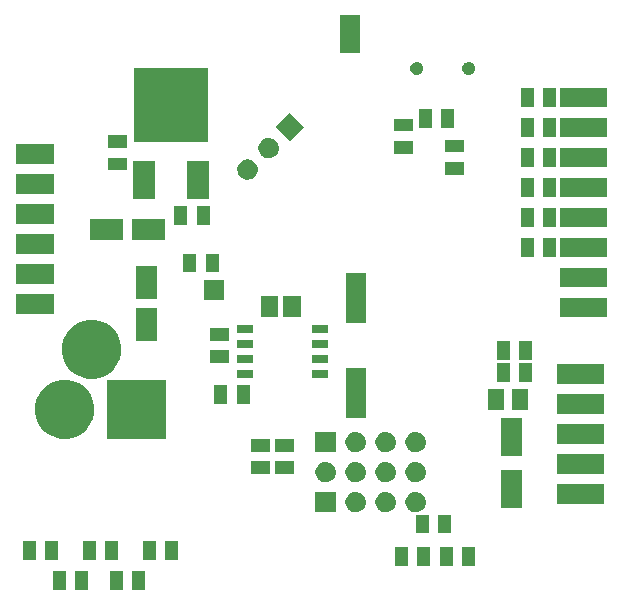
<source format=gbs>
G04 (created by PCBNEW (2013-mar-13)-testing) date nie, 20 paź 2013, 19:29:58*
%MOIN*%
G04 Gerber Fmt 3.4, Leading zero omitted, Abs format*
%FSLAX34Y34*%
G01*
G70*
G90*
G04 APERTURE LIST*
%ADD10C,0.005906*%
G04 APERTURE END LIST*
G54D10*
G36*
X713Y-18160D02*
X284Y-18160D01*
X284Y-17530D01*
X713Y-17530D01*
X713Y-18160D01*
X713Y-18160D01*
G37*
G36*
X1304Y-4980D02*
X43Y-4980D01*
X43Y-4310D01*
X1304Y-4310D01*
X1304Y-4980D01*
X1304Y-4980D01*
G37*
G36*
X1304Y-5980D02*
X43Y-5980D01*
X43Y-5310D01*
X1304Y-5310D01*
X1304Y-5980D01*
X1304Y-5980D01*
G37*
G36*
X1304Y-6980D02*
X43Y-6980D01*
X43Y-6310D01*
X1304Y-6310D01*
X1304Y-6980D01*
X1304Y-6980D01*
G37*
G36*
X1304Y-7980D02*
X43Y-7980D01*
X43Y-7310D01*
X1304Y-7310D01*
X1304Y-7980D01*
X1304Y-7980D01*
G37*
G36*
X1304Y-8980D02*
X43Y-8980D01*
X43Y-8310D01*
X1304Y-8310D01*
X1304Y-8980D01*
X1304Y-8980D01*
G37*
G36*
X1304Y-9980D02*
X43Y-9980D01*
X43Y-9310D01*
X1304Y-9310D01*
X1304Y-9980D01*
X1304Y-9980D01*
G37*
G36*
X1463Y-18160D02*
X1034Y-18160D01*
X1034Y-17530D01*
X1463Y-17530D01*
X1463Y-18160D01*
X1463Y-18160D01*
G37*
G36*
X1713Y-19160D02*
X1284Y-19160D01*
X1284Y-18530D01*
X1713Y-18530D01*
X1713Y-19160D01*
X1713Y-19160D01*
G37*
G36*
X2463Y-19160D02*
X2034Y-19160D01*
X2034Y-18530D01*
X2463Y-18530D01*
X2463Y-19160D01*
X2463Y-19160D01*
G37*
G36*
X2658Y-13050D02*
X2655Y-13268D01*
X2612Y-13459D01*
X2534Y-13633D01*
X2421Y-13793D01*
X2284Y-13924D01*
X2118Y-14029D01*
X1941Y-14098D01*
X1748Y-14132D01*
X1558Y-14128D01*
X1366Y-14086D01*
X1192Y-14010D01*
X1031Y-13898D01*
X899Y-13761D01*
X793Y-13596D01*
X723Y-13419D01*
X688Y-13226D01*
X690Y-13037D01*
X731Y-12844D01*
X806Y-12670D01*
X917Y-12508D01*
X1052Y-12375D01*
X1217Y-12268D01*
X1392Y-12197D01*
X1586Y-12160D01*
X1775Y-12161D01*
X1968Y-12201D01*
X2142Y-12274D01*
X2306Y-12384D01*
X2439Y-12518D01*
X2548Y-12682D01*
X2620Y-12857D01*
X2620Y-12859D01*
X2658Y-13050D01*
X2658Y-13050D01*
G37*
G36*
X2713Y-18160D02*
X2284Y-18160D01*
X2284Y-17530D01*
X2713Y-17530D01*
X2713Y-18160D01*
X2713Y-18160D01*
G37*
G36*
X3463Y-18160D02*
X3034Y-18160D01*
X3034Y-17530D01*
X3463Y-17530D01*
X3463Y-18160D01*
X3463Y-18160D01*
G37*
G36*
X3558Y-11050D02*
X3555Y-11268D01*
X3512Y-11459D01*
X3434Y-11633D01*
X3321Y-11793D01*
X3184Y-11924D01*
X3018Y-12029D01*
X2841Y-12098D01*
X2648Y-12132D01*
X2458Y-12128D01*
X2266Y-12086D01*
X2092Y-12010D01*
X1931Y-11898D01*
X1799Y-11761D01*
X1693Y-11596D01*
X1623Y-11419D01*
X1588Y-11226D01*
X1590Y-11037D01*
X1631Y-10844D01*
X1706Y-10670D01*
X1817Y-10508D01*
X1952Y-10375D01*
X2117Y-10268D01*
X2292Y-10197D01*
X2486Y-10160D01*
X2675Y-10161D01*
X2868Y-10201D01*
X3042Y-10274D01*
X3206Y-10384D01*
X3339Y-10518D01*
X3448Y-10682D01*
X3520Y-10857D01*
X3520Y-10859D01*
X3558Y-11050D01*
X3558Y-11050D01*
G37*
G36*
X3613Y-19160D02*
X3184Y-19160D01*
X3184Y-18530D01*
X3613Y-18530D01*
X3613Y-19160D01*
X3613Y-19160D01*
G37*
G36*
X3616Y-7500D02*
X2513Y-7500D01*
X2513Y-6790D01*
X3616Y-6790D01*
X3616Y-7500D01*
X3616Y-7500D01*
G37*
G36*
X3738Y-4435D02*
X3109Y-4435D01*
X3109Y-4005D01*
X3738Y-4005D01*
X3738Y-4435D01*
X3738Y-4435D01*
G37*
G36*
X3738Y-5185D02*
X3109Y-5185D01*
X3109Y-4755D01*
X3738Y-4755D01*
X3738Y-5185D01*
X3738Y-5185D01*
G37*
G36*
X4363Y-19160D02*
X3934Y-19160D01*
X3934Y-18530D01*
X4363Y-18530D01*
X4363Y-19160D01*
X4363Y-19160D01*
G37*
G36*
X4688Y-6135D02*
X3959Y-6135D01*
X3959Y-4855D01*
X4688Y-4855D01*
X4688Y-6135D01*
X4688Y-6135D01*
G37*
G36*
X4713Y-18160D02*
X4284Y-18160D01*
X4284Y-17530D01*
X4713Y-17530D01*
X4713Y-18160D01*
X4713Y-18160D01*
G37*
G36*
X4766Y-9463D02*
X4056Y-9463D01*
X4056Y-8359D01*
X4766Y-8359D01*
X4766Y-9463D01*
X4766Y-9463D01*
G37*
G36*
X4766Y-10881D02*
X4056Y-10881D01*
X4056Y-9777D01*
X4766Y-9777D01*
X4766Y-10881D01*
X4766Y-10881D01*
G37*
G36*
X5034Y-7500D02*
X3931Y-7500D01*
X3931Y-6790D01*
X5034Y-6790D01*
X5034Y-7500D01*
X5034Y-7500D01*
G37*
G36*
X5058Y-14130D02*
X3089Y-14130D01*
X3089Y-12160D01*
X5058Y-12160D01*
X5058Y-14130D01*
X5058Y-14130D01*
G37*
G36*
X5463Y-18160D02*
X5034Y-18160D01*
X5034Y-17530D01*
X5463Y-17530D01*
X5463Y-18160D01*
X5463Y-18160D01*
G37*
G36*
X5763Y-7010D02*
X5334Y-7010D01*
X5334Y-6380D01*
X5763Y-6380D01*
X5763Y-7010D01*
X5763Y-7010D01*
G37*
G36*
X6063Y-8585D02*
X5634Y-8585D01*
X5634Y-7955D01*
X6063Y-7955D01*
X6063Y-8585D01*
X6063Y-8585D01*
G37*
G36*
X6463Y-4235D02*
X3984Y-4235D01*
X3984Y-1755D01*
X6463Y-1755D01*
X6463Y-4235D01*
X6463Y-4235D01*
G37*
G36*
X6488Y-6135D02*
X5759Y-6135D01*
X5759Y-4855D01*
X6488Y-4855D01*
X6488Y-6135D01*
X6488Y-6135D01*
G37*
G36*
X6513Y-7010D02*
X6084Y-7010D01*
X6084Y-6380D01*
X6513Y-6380D01*
X6513Y-7010D01*
X6513Y-7010D01*
G37*
G36*
X6813Y-8585D02*
X6384Y-8585D01*
X6384Y-7955D01*
X6813Y-7955D01*
X6813Y-8585D01*
X6813Y-8585D01*
G37*
G36*
X6988Y-9510D02*
X6309Y-9510D01*
X6309Y-8830D01*
X6988Y-8830D01*
X6988Y-9510D01*
X6988Y-9510D01*
G37*
G36*
X7088Y-12960D02*
X6659Y-12960D01*
X6659Y-12330D01*
X7088Y-12330D01*
X7088Y-12960D01*
X7088Y-12960D01*
G37*
G36*
X7138Y-10860D02*
X6509Y-10860D01*
X6509Y-10430D01*
X7138Y-10430D01*
X7138Y-10860D01*
X7138Y-10860D01*
G37*
G36*
X7138Y-11610D02*
X6509Y-11610D01*
X6509Y-11180D01*
X7138Y-11180D01*
X7138Y-11610D01*
X7138Y-11610D01*
G37*
G36*
X7838Y-12960D02*
X7409Y-12960D01*
X7409Y-12330D01*
X7838Y-12330D01*
X7838Y-12960D01*
X7838Y-12960D01*
G37*
G36*
X7938Y-10610D02*
X7409Y-10610D01*
X7409Y-10330D01*
X7938Y-10330D01*
X7938Y-10610D01*
X7938Y-10610D01*
G37*
G36*
X7938Y-11110D02*
X7409Y-11110D01*
X7409Y-10830D01*
X7938Y-10830D01*
X7938Y-11110D01*
X7938Y-11110D01*
G37*
G36*
X7938Y-11610D02*
X7409Y-11610D01*
X7409Y-11330D01*
X7938Y-11330D01*
X7938Y-11610D01*
X7938Y-11610D01*
G37*
G36*
X7938Y-12110D02*
X7409Y-12110D01*
X7409Y-11830D01*
X7938Y-11830D01*
X7938Y-12110D01*
X7938Y-12110D01*
G37*
G36*
X8106Y-5120D02*
X8105Y-5194D01*
X8090Y-5261D01*
X8064Y-5320D01*
X8024Y-5376D01*
X7978Y-5420D01*
X7919Y-5457D01*
X7860Y-5480D01*
X7791Y-5493D01*
X7728Y-5491D01*
X7659Y-5476D01*
X7601Y-5451D01*
X7544Y-5411D01*
X7500Y-5365D01*
X7462Y-5307D01*
X7439Y-5248D01*
X7426Y-5179D01*
X7427Y-5116D01*
X7442Y-5047D01*
X7467Y-4989D01*
X7506Y-4932D01*
X7551Y-4887D01*
X7610Y-4849D01*
X7668Y-4825D01*
X7737Y-4812D01*
X7800Y-4813D01*
X7869Y-4827D01*
X7927Y-4851D01*
X7985Y-4891D01*
X8030Y-4935D01*
X8069Y-4994D01*
X8092Y-5052D01*
X8106Y-5119D01*
X8106Y-5120D01*
X8106Y-5120D01*
G37*
G36*
X8513Y-14560D02*
X7884Y-14560D01*
X7884Y-14130D01*
X8513Y-14130D01*
X8513Y-14560D01*
X8513Y-14560D01*
G37*
G36*
X8513Y-15310D02*
X7884Y-15310D01*
X7884Y-14880D01*
X8513Y-14880D01*
X8513Y-15310D01*
X8513Y-15310D01*
G37*
G36*
X8794Y-10055D02*
X8203Y-10055D01*
X8203Y-9385D01*
X8794Y-9385D01*
X8794Y-10055D01*
X8794Y-10055D01*
G37*
G36*
X8813Y-4413D02*
X8812Y-4487D01*
X8797Y-4554D01*
X8771Y-4612D01*
X8731Y-4669D01*
X8685Y-4713D01*
X8626Y-4750D01*
X8567Y-4773D01*
X8498Y-4785D01*
X8435Y-4784D01*
X8367Y-4769D01*
X8308Y-4744D01*
X8251Y-4704D01*
X8207Y-4658D01*
X8169Y-4600D01*
X8146Y-4541D01*
X8133Y-4472D01*
X8134Y-4409D01*
X8149Y-4340D01*
X8174Y-4282D01*
X8213Y-4225D01*
X8258Y-4180D01*
X8317Y-4142D01*
X8375Y-4118D01*
X8444Y-4105D01*
X8507Y-4106D01*
X8576Y-4120D01*
X8634Y-4144D01*
X8692Y-4183D01*
X8737Y-4228D01*
X8776Y-4287D01*
X8800Y-4345D01*
X8813Y-4412D01*
X8813Y-4413D01*
X8813Y-4413D01*
G37*
G36*
X9313Y-14560D02*
X8684Y-14560D01*
X8684Y-14130D01*
X9313Y-14130D01*
X9313Y-14560D01*
X9313Y-14560D01*
G37*
G36*
X9313Y-15310D02*
X8684Y-15310D01*
X8684Y-14880D01*
X9313Y-14880D01*
X9313Y-15310D01*
X9313Y-15310D01*
G37*
G36*
X9544Y-10055D02*
X8953Y-10055D01*
X8953Y-9385D01*
X9544Y-9385D01*
X9544Y-10055D01*
X9544Y-10055D01*
G37*
G36*
X9661Y-3738D02*
X9181Y-4219D01*
X8700Y-3738D01*
X9181Y-3258D01*
X9661Y-3738D01*
X9661Y-3738D01*
G37*
G36*
X10438Y-10610D02*
X9909Y-10610D01*
X9909Y-10330D01*
X10438Y-10330D01*
X10438Y-10610D01*
X10438Y-10610D01*
G37*
G36*
X10438Y-11110D02*
X9909Y-11110D01*
X9909Y-10830D01*
X10438Y-10830D01*
X10438Y-11110D01*
X10438Y-11110D01*
G37*
G36*
X10438Y-11610D02*
X9909Y-11610D01*
X9909Y-11330D01*
X10438Y-11330D01*
X10438Y-11610D01*
X10438Y-11610D01*
G37*
G36*
X10438Y-12110D02*
X9909Y-12110D01*
X9909Y-11830D01*
X10438Y-11830D01*
X10438Y-12110D01*
X10438Y-12110D01*
G37*
G36*
X10713Y-15213D02*
X10712Y-15287D01*
X10697Y-15354D01*
X10671Y-15412D01*
X10631Y-15469D01*
X10585Y-15513D01*
X10526Y-15550D01*
X10467Y-15573D01*
X10398Y-15585D01*
X10335Y-15584D01*
X10267Y-15569D01*
X10208Y-15544D01*
X10151Y-15504D01*
X10107Y-15458D01*
X10069Y-15400D01*
X10046Y-15341D01*
X10033Y-15272D01*
X10034Y-15209D01*
X10049Y-15140D01*
X10074Y-15082D01*
X10113Y-15025D01*
X10158Y-14980D01*
X10217Y-14942D01*
X10275Y-14918D01*
X10344Y-14905D01*
X10407Y-14906D01*
X10476Y-14920D01*
X10534Y-14944D01*
X10592Y-14983D01*
X10637Y-15028D01*
X10676Y-15087D01*
X10700Y-15145D01*
X10713Y-15212D01*
X10713Y-15213D01*
X10713Y-15213D01*
G37*
G36*
X10713Y-14585D02*
X10034Y-14585D01*
X10034Y-13905D01*
X10713Y-13905D01*
X10713Y-14585D01*
X10713Y-14585D01*
G37*
G36*
X10713Y-16585D02*
X10034Y-16585D01*
X10034Y-15905D01*
X10713Y-15905D01*
X10713Y-16585D01*
X10713Y-16585D01*
G37*
G36*
X11509Y-1275D02*
X10838Y-1275D01*
X10838Y-15D01*
X11509Y-15D01*
X11509Y-1275D01*
X11509Y-1275D01*
G37*
G36*
X11709Y-10273D02*
X11038Y-10273D01*
X11038Y-8618D01*
X11709Y-8618D01*
X11709Y-10273D01*
X11709Y-10273D01*
G37*
G36*
X11709Y-13422D02*
X11038Y-13422D01*
X11038Y-11768D01*
X11709Y-11768D01*
X11709Y-13422D01*
X11709Y-13422D01*
G37*
G36*
X11713Y-14213D02*
X11712Y-14287D01*
X11697Y-14354D01*
X11671Y-14412D01*
X11631Y-14469D01*
X11585Y-14513D01*
X11526Y-14550D01*
X11467Y-14573D01*
X11398Y-14585D01*
X11335Y-14584D01*
X11267Y-14569D01*
X11208Y-14544D01*
X11151Y-14504D01*
X11107Y-14458D01*
X11069Y-14400D01*
X11046Y-14341D01*
X11033Y-14272D01*
X11034Y-14209D01*
X11049Y-14140D01*
X11074Y-14082D01*
X11113Y-14025D01*
X11158Y-13980D01*
X11217Y-13942D01*
X11275Y-13918D01*
X11344Y-13905D01*
X11407Y-13906D01*
X11476Y-13920D01*
X11534Y-13944D01*
X11592Y-13983D01*
X11637Y-14028D01*
X11676Y-14087D01*
X11700Y-14145D01*
X11713Y-14212D01*
X11713Y-14213D01*
X11713Y-14213D01*
G37*
G36*
X11713Y-15213D02*
X11712Y-15287D01*
X11697Y-15354D01*
X11671Y-15412D01*
X11631Y-15469D01*
X11585Y-15513D01*
X11526Y-15550D01*
X11467Y-15573D01*
X11398Y-15585D01*
X11335Y-15584D01*
X11267Y-15569D01*
X11208Y-15544D01*
X11151Y-15504D01*
X11107Y-15458D01*
X11069Y-15400D01*
X11046Y-15341D01*
X11033Y-15272D01*
X11034Y-15209D01*
X11049Y-15140D01*
X11074Y-15082D01*
X11113Y-15025D01*
X11158Y-14980D01*
X11217Y-14942D01*
X11275Y-14918D01*
X11344Y-14905D01*
X11407Y-14906D01*
X11476Y-14920D01*
X11534Y-14944D01*
X11592Y-14983D01*
X11637Y-15028D01*
X11676Y-15087D01*
X11700Y-15145D01*
X11713Y-15212D01*
X11713Y-15213D01*
X11713Y-15213D01*
G37*
G36*
X11713Y-16213D02*
X11712Y-16287D01*
X11697Y-16354D01*
X11671Y-16412D01*
X11631Y-16469D01*
X11585Y-16513D01*
X11526Y-16550D01*
X11467Y-16573D01*
X11398Y-16585D01*
X11335Y-16584D01*
X11267Y-16569D01*
X11208Y-16544D01*
X11151Y-16504D01*
X11107Y-16458D01*
X11069Y-16400D01*
X11046Y-16341D01*
X11033Y-16272D01*
X11034Y-16209D01*
X11049Y-16140D01*
X11074Y-16082D01*
X11113Y-16025D01*
X11158Y-15980D01*
X11217Y-15942D01*
X11275Y-15918D01*
X11344Y-15905D01*
X11407Y-15906D01*
X11476Y-15920D01*
X11534Y-15944D01*
X11592Y-15983D01*
X11637Y-16028D01*
X11676Y-16087D01*
X11700Y-16145D01*
X11713Y-16212D01*
X11713Y-16213D01*
X11713Y-16213D01*
G37*
G36*
X12713Y-14213D02*
X12712Y-14287D01*
X12697Y-14354D01*
X12671Y-14412D01*
X12631Y-14469D01*
X12585Y-14513D01*
X12526Y-14550D01*
X12467Y-14573D01*
X12398Y-14585D01*
X12335Y-14584D01*
X12267Y-14569D01*
X12208Y-14544D01*
X12151Y-14504D01*
X12107Y-14458D01*
X12069Y-14400D01*
X12046Y-14341D01*
X12033Y-14272D01*
X12034Y-14209D01*
X12049Y-14140D01*
X12074Y-14082D01*
X12113Y-14025D01*
X12158Y-13980D01*
X12217Y-13942D01*
X12275Y-13918D01*
X12344Y-13905D01*
X12407Y-13906D01*
X12476Y-13920D01*
X12534Y-13944D01*
X12592Y-13983D01*
X12637Y-14028D01*
X12676Y-14087D01*
X12700Y-14145D01*
X12713Y-14212D01*
X12713Y-14213D01*
X12713Y-14213D01*
G37*
G36*
X12713Y-15213D02*
X12712Y-15287D01*
X12697Y-15354D01*
X12671Y-15412D01*
X12631Y-15469D01*
X12585Y-15513D01*
X12526Y-15550D01*
X12467Y-15573D01*
X12398Y-15585D01*
X12335Y-15584D01*
X12267Y-15569D01*
X12208Y-15544D01*
X12151Y-15504D01*
X12107Y-15458D01*
X12069Y-15400D01*
X12046Y-15341D01*
X12033Y-15272D01*
X12034Y-15209D01*
X12049Y-15140D01*
X12074Y-15082D01*
X12113Y-15025D01*
X12158Y-14980D01*
X12217Y-14942D01*
X12275Y-14918D01*
X12344Y-14905D01*
X12407Y-14906D01*
X12476Y-14920D01*
X12534Y-14944D01*
X12592Y-14983D01*
X12637Y-15028D01*
X12676Y-15087D01*
X12700Y-15145D01*
X12713Y-15212D01*
X12713Y-15213D01*
X12713Y-15213D01*
G37*
G36*
X12713Y-16213D02*
X12712Y-16287D01*
X12697Y-16354D01*
X12671Y-16412D01*
X12631Y-16469D01*
X12585Y-16513D01*
X12526Y-16550D01*
X12467Y-16573D01*
X12398Y-16585D01*
X12335Y-16584D01*
X12267Y-16569D01*
X12208Y-16544D01*
X12151Y-16504D01*
X12107Y-16458D01*
X12069Y-16400D01*
X12046Y-16341D01*
X12033Y-16272D01*
X12034Y-16209D01*
X12049Y-16140D01*
X12074Y-16082D01*
X12113Y-16025D01*
X12158Y-15980D01*
X12217Y-15942D01*
X12275Y-15918D01*
X12344Y-15905D01*
X12407Y-15906D01*
X12476Y-15920D01*
X12534Y-15944D01*
X12592Y-15983D01*
X12637Y-16028D01*
X12676Y-16087D01*
X12700Y-16145D01*
X12713Y-16212D01*
X12713Y-16213D01*
X12713Y-16213D01*
G37*
G36*
X13113Y-18360D02*
X12684Y-18360D01*
X12684Y-17730D01*
X13113Y-17730D01*
X13113Y-18360D01*
X13113Y-18360D01*
G37*
G36*
X13288Y-3885D02*
X12659Y-3885D01*
X12659Y-3455D01*
X13288Y-3455D01*
X13288Y-3885D01*
X13288Y-3885D01*
G37*
G36*
X13288Y-4635D02*
X12659Y-4635D01*
X12659Y-4205D01*
X13288Y-4205D01*
X13288Y-4635D01*
X13288Y-4635D01*
G37*
G36*
X13624Y-1760D02*
X13624Y-1806D01*
X13614Y-1850D01*
X13597Y-1886D01*
X13571Y-1923D01*
X13543Y-1951D01*
X13504Y-1975D01*
X13467Y-1989D01*
X13423Y-1997D01*
X13383Y-1996D01*
X13339Y-1987D01*
X13303Y-1971D01*
X13265Y-1945D01*
X13238Y-1917D01*
X13213Y-1878D01*
X13199Y-1842D01*
X13191Y-1797D01*
X13191Y-1758D01*
X13201Y-1713D01*
X13216Y-1677D01*
X13242Y-1639D01*
X13270Y-1612D01*
X13308Y-1587D01*
X13344Y-1572D01*
X13390Y-1563D01*
X13428Y-1564D01*
X13474Y-1573D01*
X13509Y-1588D01*
X13548Y-1614D01*
X13575Y-1641D01*
X13601Y-1680D01*
X13615Y-1715D01*
X13624Y-1760D01*
X13624Y-1760D01*
G37*
G36*
X13713Y-14213D02*
X13712Y-14287D01*
X13697Y-14354D01*
X13671Y-14412D01*
X13631Y-14469D01*
X13585Y-14513D01*
X13526Y-14550D01*
X13467Y-14573D01*
X13398Y-14585D01*
X13335Y-14584D01*
X13267Y-14569D01*
X13208Y-14544D01*
X13151Y-14504D01*
X13107Y-14458D01*
X13069Y-14400D01*
X13046Y-14341D01*
X13033Y-14272D01*
X13034Y-14209D01*
X13049Y-14140D01*
X13074Y-14082D01*
X13113Y-14025D01*
X13158Y-13980D01*
X13217Y-13942D01*
X13275Y-13918D01*
X13344Y-13905D01*
X13407Y-13906D01*
X13476Y-13920D01*
X13534Y-13944D01*
X13592Y-13983D01*
X13637Y-14028D01*
X13676Y-14087D01*
X13700Y-14145D01*
X13713Y-14212D01*
X13713Y-14213D01*
X13713Y-14213D01*
G37*
G36*
X13713Y-15213D02*
X13712Y-15287D01*
X13697Y-15354D01*
X13671Y-15412D01*
X13631Y-15469D01*
X13585Y-15513D01*
X13526Y-15550D01*
X13467Y-15573D01*
X13398Y-15585D01*
X13335Y-15584D01*
X13267Y-15569D01*
X13208Y-15544D01*
X13151Y-15504D01*
X13107Y-15458D01*
X13069Y-15400D01*
X13046Y-15341D01*
X13033Y-15272D01*
X13034Y-15209D01*
X13049Y-15140D01*
X13074Y-15082D01*
X13113Y-15025D01*
X13158Y-14980D01*
X13217Y-14942D01*
X13275Y-14918D01*
X13344Y-14905D01*
X13407Y-14906D01*
X13476Y-14920D01*
X13534Y-14944D01*
X13592Y-14983D01*
X13637Y-15028D01*
X13676Y-15087D01*
X13700Y-15145D01*
X13713Y-15212D01*
X13713Y-15213D01*
X13713Y-15213D01*
G37*
G36*
X13713Y-16213D02*
X13712Y-16287D01*
X13697Y-16354D01*
X13671Y-16412D01*
X13631Y-16469D01*
X13585Y-16513D01*
X13526Y-16550D01*
X13467Y-16573D01*
X13398Y-16585D01*
X13335Y-16584D01*
X13267Y-16569D01*
X13208Y-16544D01*
X13151Y-16504D01*
X13107Y-16458D01*
X13069Y-16400D01*
X13046Y-16341D01*
X13033Y-16272D01*
X13034Y-16209D01*
X13049Y-16140D01*
X13074Y-16082D01*
X13113Y-16025D01*
X13158Y-15980D01*
X13217Y-15942D01*
X13275Y-15918D01*
X13344Y-15905D01*
X13407Y-15906D01*
X13476Y-15920D01*
X13534Y-15944D01*
X13592Y-15983D01*
X13637Y-16028D01*
X13676Y-16087D01*
X13700Y-16145D01*
X13713Y-16212D01*
X13713Y-16213D01*
X13713Y-16213D01*
G37*
G36*
X13813Y-17285D02*
X13384Y-17285D01*
X13384Y-16655D01*
X13813Y-16655D01*
X13813Y-17285D01*
X13813Y-17285D01*
G37*
G36*
X13863Y-18360D02*
X13434Y-18360D01*
X13434Y-17730D01*
X13863Y-17730D01*
X13863Y-18360D01*
X13863Y-18360D01*
G37*
G36*
X13913Y-3760D02*
X13484Y-3760D01*
X13484Y-3130D01*
X13913Y-3130D01*
X13913Y-3760D01*
X13913Y-3760D01*
G37*
G36*
X14563Y-17285D02*
X14134Y-17285D01*
X14134Y-16655D01*
X14563Y-16655D01*
X14563Y-17285D01*
X14563Y-17285D01*
G37*
G36*
X14613Y-18360D02*
X14184Y-18360D01*
X14184Y-17730D01*
X14613Y-17730D01*
X14613Y-18360D01*
X14613Y-18360D01*
G37*
G36*
X14663Y-3760D02*
X14234Y-3760D01*
X14234Y-3130D01*
X14663Y-3130D01*
X14663Y-3760D01*
X14663Y-3760D01*
G37*
G36*
X14988Y-4585D02*
X14359Y-4585D01*
X14359Y-4155D01*
X14988Y-4155D01*
X14988Y-4585D01*
X14988Y-4585D01*
G37*
G36*
X14988Y-5335D02*
X14359Y-5335D01*
X14359Y-4905D01*
X14988Y-4905D01*
X14988Y-5335D01*
X14988Y-5335D01*
G37*
G36*
X15356Y-1760D02*
X15356Y-1806D01*
X15346Y-1850D01*
X15329Y-1886D01*
X15303Y-1923D01*
X15275Y-1951D01*
X15236Y-1975D01*
X15199Y-1989D01*
X15155Y-1997D01*
X15115Y-1996D01*
X15071Y-1987D01*
X15035Y-1971D01*
X14997Y-1945D01*
X14970Y-1917D01*
X14945Y-1878D01*
X14931Y-1842D01*
X14923Y-1797D01*
X14923Y-1758D01*
X14933Y-1713D01*
X14948Y-1677D01*
X14974Y-1639D01*
X15002Y-1612D01*
X15040Y-1587D01*
X15076Y-1572D01*
X15122Y-1563D01*
X15160Y-1564D01*
X15206Y-1573D01*
X15241Y-1588D01*
X15280Y-1614D01*
X15307Y-1641D01*
X15333Y-1680D01*
X15347Y-1715D01*
X15356Y-1760D01*
X15356Y-1760D01*
G37*
G36*
X15363Y-18360D02*
X14934Y-18360D01*
X14934Y-17730D01*
X15363Y-17730D01*
X15363Y-18360D01*
X15363Y-18360D01*
G37*
G36*
X16326Y-13155D02*
X15796Y-13155D01*
X15796Y-12485D01*
X16326Y-12485D01*
X16326Y-13155D01*
X16326Y-13155D01*
G37*
G36*
X16513Y-11510D02*
X16084Y-11510D01*
X16084Y-10880D01*
X16513Y-10880D01*
X16513Y-11510D01*
X16513Y-11510D01*
G37*
G36*
X16513Y-12235D02*
X16084Y-12235D01*
X16084Y-11605D01*
X16513Y-11605D01*
X16513Y-12235D01*
X16513Y-12235D01*
G37*
G36*
X16928Y-14709D02*
X16219Y-14709D01*
X16219Y-13449D01*
X16928Y-13449D01*
X16928Y-14709D01*
X16928Y-14709D01*
G37*
G36*
X16928Y-16441D02*
X16219Y-16441D01*
X16219Y-15181D01*
X16928Y-15181D01*
X16928Y-16441D01*
X16928Y-16441D01*
G37*
G36*
X17126Y-13155D02*
X16596Y-13155D01*
X16596Y-12485D01*
X17126Y-12485D01*
X17126Y-13155D01*
X17126Y-13155D01*
G37*
G36*
X17263Y-11510D02*
X16834Y-11510D01*
X16834Y-10880D01*
X17263Y-10880D01*
X17263Y-11510D01*
X17263Y-11510D01*
G37*
G36*
X17263Y-12235D02*
X16834Y-12235D01*
X16834Y-11605D01*
X17263Y-11605D01*
X17263Y-12235D01*
X17263Y-12235D01*
G37*
G36*
X17313Y-3060D02*
X16884Y-3060D01*
X16884Y-2430D01*
X17313Y-2430D01*
X17313Y-3060D01*
X17313Y-3060D01*
G37*
G36*
X17313Y-4060D02*
X16884Y-4060D01*
X16884Y-3430D01*
X17313Y-3430D01*
X17313Y-4060D01*
X17313Y-4060D01*
G37*
G36*
X17313Y-5060D02*
X16884Y-5060D01*
X16884Y-4430D01*
X17313Y-4430D01*
X17313Y-5060D01*
X17313Y-5060D01*
G37*
G36*
X17313Y-6060D02*
X16884Y-6060D01*
X16884Y-5430D01*
X17313Y-5430D01*
X17313Y-6060D01*
X17313Y-6060D01*
G37*
G36*
X17313Y-7060D02*
X16884Y-7060D01*
X16884Y-6430D01*
X17313Y-6430D01*
X17313Y-7060D01*
X17313Y-7060D01*
G37*
G36*
X17313Y-8060D02*
X16884Y-8060D01*
X16884Y-7430D01*
X17313Y-7430D01*
X17313Y-8060D01*
X17313Y-8060D01*
G37*
G36*
X18063Y-3060D02*
X17634Y-3060D01*
X17634Y-2430D01*
X18063Y-2430D01*
X18063Y-3060D01*
X18063Y-3060D01*
G37*
G36*
X18063Y-4060D02*
X17634Y-4060D01*
X17634Y-3430D01*
X18063Y-3430D01*
X18063Y-4060D01*
X18063Y-4060D01*
G37*
G36*
X18063Y-5060D02*
X17634Y-5060D01*
X17634Y-4430D01*
X18063Y-4430D01*
X18063Y-5060D01*
X18063Y-5060D01*
G37*
G36*
X18063Y-6060D02*
X17634Y-6060D01*
X17634Y-5430D01*
X18063Y-5430D01*
X18063Y-6060D01*
X18063Y-6060D01*
G37*
G36*
X18063Y-7060D02*
X17634Y-7060D01*
X17634Y-6430D01*
X18063Y-6430D01*
X18063Y-7060D01*
X18063Y-7060D01*
G37*
G36*
X18063Y-8060D02*
X17634Y-8060D01*
X17634Y-7430D01*
X18063Y-7430D01*
X18063Y-8060D01*
X18063Y-8060D01*
G37*
G36*
X19651Y-12310D02*
X18071Y-12310D01*
X18071Y-11630D01*
X19651Y-11630D01*
X19651Y-12310D01*
X19651Y-12310D01*
G37*
G36*
X19651Y-13310D02*
X18071Y-13310D01*
X18071Y-12630D01*
X19651Y-12630D01*
X19651Y-13310D01*
X19651Y-13310D01*
G37*
G36*
X19651Y-14310D02*
X18071Y-14310D01*
X18071Y-13630D01*
X19651Y-13630D01*
X19651Y-14310D01*
X19651Y-14310D01*
G37*
G36*
X19651Y-15310D02*
X18071Y-15310D01*
X18071Y-14630D01*
X19651Y-14630D01*
X19651Y-15310D01*
X19651Y-15310D01*
G37*
G36*
X19651Y-16310D02*
X18071Y-16310D01*
X18071Y-15630D01*
X19651Y-15630D01*
X19651Y-16310D01*
X19651Y-16310D01*
G37*
G36*
X19763Y-3060D02*
X18184Y-3060D01*
X18184Y-2430D01*
X19763Y-2430D01*
X19763Y-3060D01*
X19763Y-3060D01*
G37*
G36*
X19763Y-4060D02*
X18184Y-4060D01*
X18184Y-3430D01*
X19763Y-3430D01*
X19763Y-4060D01*
X19763Y-4060D01*
G37*
G36*
X19763Y-5060D02*
X18184Y-5060D01*
X18184Y-4430D01*
X19763Y-4430D01*
X19763Y-5060D01*
X19763Y-5060D01*
G37*
G36*
X19763Y-6060D02*
X18184Y-6060D01*
X18184Y-5430D01*
X19763Y-5430D01*
X19763Y-6060D01*
X19763Y-6060D01*
G37*
G36*
X19763Y-7060D02*
X18184Y-7060D01*
X18184Y-6430D01*
X19763Y-6430D01*
X19763Y-7060D01*
X19763Y-7060D01*
G37*
G36*
X19763Y-8060D02*
X18184Y-8060D01*
X18184Y-7430D01*
X19763Y-7430D01*
X19763Y-8060D01*
X19763Y-8060D01*
G37*
G36*
X19763Y-9060D02*
X18184Y-9060D01*
X18184Y-8430D01*
X19763Y-8430D01*
X19763Y-9060D01*
X19763Y-9060D01*
G37*
G36*
X19763Y-10060D02*
X18184Y-10060D01*
X18184Y-9430D01*
X19763Y-9430D01*
X19763Y-10060D01*
X19763Y-10060D01*
G37*
M02*

</source>
